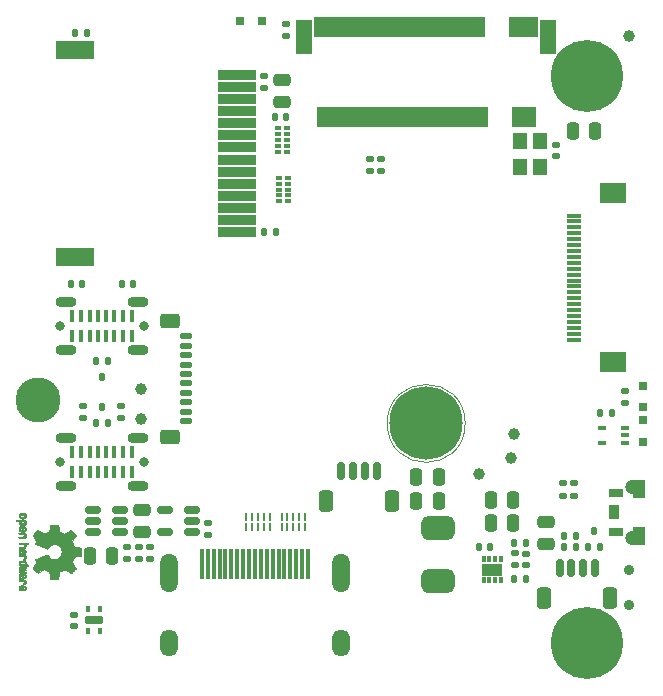
<source format=gbr>
%TF.GenerationSoftware,KiCad,Pcbnew,9.0.0*%
%TF.CreationDate,2025-03-28T16:24:44+01:00*%
%TF.ProjectId,CM5_MINIMA_2,434d355f-4d49-44e4-994d-415f322e6b69,2*%
%TF.SameCoordinates,Original*%
%TF.FileFunction,Soldermask,Top*%
%TF.FilePolarity,Negative*%
%FSLAX46Y46*%
G04 Gerber Fmt 4.6, Leading zero omitted, Abs format (unit mm)*
G04 Created by KiCad (PCBNEW 9.0.0) date 2025-03-28 16:24:44*
%MOMM*%
%LPD*%
G01*
G04 APERTURE LIST*
G04 Aperture macros list*
%AMRoundRect*
0 Rectangle with rounded corners*
0 $1 Rounding radius*
0 $2 $3 $4 $5 $6 $7 $8 $9 X,Y pos of 4 corners*
0 Add a 4 corners polygon primitive as box body*
4,1,4,$2,$3,$4,$5,$6,$7,$8,$9,$2,$3,0*
0 Add four circle primitives for the rounded corners*
1,1,$1+$1,$2,$3*
1,1,$1+$1,$4,$5*
1,1,$1+$1,$6,$7*
1,1,$1+$1,$8,$9*
0 Add four rect primitives between the rounded corners*
20,1,$1+$1,$2,$3,$4,$5,0*
20,1,$1+$1,$4,$5,$6,$7,0*
20,1,$1+$1,$6,$7,$8,$9,0*
20,1,$1+$1,$8,$9,$2,$3,0*%
G04 Aperture macros list end*
%ADD10C,0.010000*%
%ADD11C,0.100000*%
%ADD12RoundRect,0.150000X0.512500X0.150000X-0.512500X0.150000X-0.512500X-0.150000X0.512500X-0.150000X0*%
%ADD13RoundRect,0.135000X0.135000X0.185000X-0.135000X0.185000X-0.135000X-0.185000X0.135000X-0.185000X0*%
%ADD14RoundRect,0.150000X0.150000X0.625000X-0.150000X0.625000X-0.150000X-0.625000X0.150000X-0.625000X0*%
%ADD15RoundRect,0.250000X0.350000X0.650000X-0.350000X0.650000X-0.350000X-0.650000X0.350000X-0.650000X0*%
%ADD16C,1.000000*%
%ADD17RoundRect,0.250000X-0.250000X-0.475000X0.250000X-0.475000X0.250000X0.475000X-0.250000X0.475000X0*%
%ADD18R,0.300000X0.500000*%
%ADD19R,1.750000X1.050000*%
%ADD20RoundRect,0.135000X-0.185000X0.135000X-0.185000X-0.135000X0.185000X-0.135000X0.185000X0.135000X0*%
%ADD21RoundRect,0.250000X0.250000X0.475000X-0.250000X0.475000X-0.250000X-0.475000X0.250000X-0.475000X0*%
%ADD22RoundRect,0.140000X0.170000X-0.140000X0.170000X0.140000X-0.170000X0.140000X-0.170000X-0.140000X0*%
%ADD23R,0.250000X0.680000*%
%ADD24RoundRect,0.075000X0.200000X-0.075000X0.200000X0.075000X-0.200000X0.075000X-0.200000X-0.075000X0*%
%ADD25C,5.800000*%
%ADD26C,6.200000*%
%ADD27R,0.800000X0.700000*%
%ADD28RoundRect,0.135000X-0.135000X-0.185000X0.135000X-0.185000X0.135000X0.185000X-0.135000X0.185000X0*%
%ADD29RoundRect,0.500000X0.900000X-0.500000X0.900000X0.500000X-0.900000X0.500000X-0.900000X-0.500000X0*%
%ADD30R,1.200000X1.400000*%
%ADD31RoundRect,0.250000X0.475000X-0.250000X0.475000X0.250000X-0.475000X0.250000X-0.475000X-0.250000X0*%
%ADD32C,2.600000*%
%ADD33C,3.800000*%
%ADD34RoundRect,0.100000X0.225000X0.100000X-0.225000X0.100000X-0.225000X-0.100000X0.225000X-0.100000X0*%
%ADD35RoundRect,0.125000X0.425000X-0.125000X0.425000X0.125000X-0.425000X0.125000X-0.425000X-0.125000X0*%
%ADD36RoundRect,0.250000X0.600000X-0.350000X0.600000X0.350000X-0.600000X0.350000X-0.600000X-0.350000X0*%
%ADD37RoundRect,0.140000X-0.140000X-0.170000X0.140000X-0.170000X0.140000X0.170000X-0.140000X0.170000X0*%
%ADD38RoundRect,0.135000X0.185000X-0.135000X0.185000X0.135000X-0.185000X0.135000X-0.185000X-0.135000X0*%
%ADD39RoundRect,0.087500X0.087500X-0.187500X0.087500X0.187500X-0.087500X0.187500X-0.087500X-0.187500X0*%
%ADD40RoundRect,0.175000X0.625000X-0.175000X0.625000X0.175000X-0.625000X0.175000X-0.625000X-0.175000X0*%
%ADD41C,0.800000*%
%ADD42O,1.800000X0.860000*%
%ADD43R,0.400000X1.100000*%
%ADD44RoundRect,0.102000X-0.150000X-0.775000X0.150000X-0.775000X0.150000X0.775000X-0.150000X0.775000X0*%
%ADD45RoundRect,0.102000X-0.600000X-1.375000X0.600000X-1.375000X0.600000X1.375000X-0.600000X1.375000X0*%
%ADD46RoundRect,0.102000X1.500000X-0.355000X1.500000X0.355000X-1.500000X0.355000X-1.500000X-0.355000X0*%
%ADD47RoundRect,0.102000X1.500000X-0.700000X1.500000X0.700000X-1.500000X0.700000X-1.500000X-0.700000X0*%
%ADD48RoundRect,0.140000X-0.170000X0.140000X-0.170000X-0.140000X0.170000X-0.140000X0.170000X0.140000X0*%
%ADD49R,0.300000X2.600000*%
%ADD50O,1.500000X3.300000*%
%ADD51O,1.500000X2.300000*%
%ADD52RoundRect,0.140000X0.140000X0.170000X-0.140000X0.170000X-0.140000X-0.170000X0.140000X-0.170000X0*%
%ADD53RoundRect,0.125000X-0.125000X0.175000X-0.125000X-0.175000X0.125000X-0.175000X0.125000X0.175000X0*%
%ADD54RoundRect,0.125000X0.125000X-0.175000X0.125000X0.175000X-0.125000X0.175000X-0.125000X-0.175000X0*%
%ADD55R,1.200000X0.700000*%
%ADD56R,0.950000X1.300000*%
%ADD57C,1.200000*%
%ADD58R,1.000000X1.500000*%
%ADD59R,0.700000X0.800000*%
%ADD60R,1.300000X0.300000*%
%ADD61R,2.200000X1.800000*%
%ADD62C,6.100000*%
%ADD63C,0.900000*%
G04 APERTURE END LIST*
D10*
%TO.C,REF\u002A\u002A*%
X1119453Y8902468D02*
X1196468Y8899090D01*
X1253477Y8892018D01*
X1294974Y8880072D01*
X1325457Y8862070D01*
X1349420Y8836833D01*
X1366145Y8811913D01*
X1388403Y8751989D01*
X1393424Y8682249D01*
X1380748Y8616560D01*
X1373166Y8599212D01*
X1340372Y8557804D01*
X1292953Y8522395D01*
X1242349Y8500496D01*
X1217402Y8496931D01*
X1182573Y8508881D01*
X1164143Y8535093D01*
X1152984Y8563196D01*
X1150928Y8576065D01*
X1165851Y8582331D01*
X1198325Y8594704D01*
X1212998Y8600132D01*
X1263756Y8630570D01*
X1289073Y8674640D01*
X1288294Y8731150D01*
X1287297Y8735335D01*
X1272993Y8765505D01*
X1245107Y8787684D01*
X1200213Y8802833D01*
X1134885Y8811910D01*
X1045696Y8815874D01*
X998239Y8816246D01*
X923429Y8816430D01*
X872431Y8817638D01*
X840029Y8820851D01*
X821005Y8827051D01*
X810144Y8837220D01*
X802228Y8852341D01*
X801830Y8853214D01*
X789519Y8882332D01*
X784986Y8896757D01*
X798691Y8898974D01*
X836575Y8900871D01*
X893785Y8902313D01*
X965473Y8903162D01*
X1017935Y8903331D01*
X1119453Y8902468D01*
G36*
X1119453Y8902468D02*
G01*
X1196468Y8899090D01*
X1253477Y8892018D01*
X1294974Y8880072D01*
X1325457Y8862070D01*
X1349420Y8836833D01*
X1366145Y8811913D01*
X1388403Y8751989D01*
X1393424Y8682249D01*
X1380748Y8616560D01*
X1373166Y8599212D01*
X1340372Y8557804D01*
X1292953Y8522395D01*
X1242349Y8500496D01*
X1217402Y8496931D01*
X1182573Y8508881D01*
X1164143Y8535093D01*
X1152984Y8563196D01*
X1150928Y8576065D01*
X1165851Y8582331D01*
X1198325Y8594704D01*
X1212998Y8600132D01*
X1263756Y8630570D01*
X1289073Y8674640D01*
X1288294Y8731150D01*
X1287297Y8735335D01*
X1272993Y8765505D01*
X1245107Y8787684D01*
X1200213Y8802833D01*
X1134885Y8811910D01*
X1045696Y8815874D01*
X998239Y8816246D01*
X923429Y8816430D01*
X872431Y8817638D01*
X840029Y8820851D01*
X821005Y8827051D01*
X810144Y8837220D01*
X802228Y8852341D01*
X801830Y8853214D01*
X789519Y8882332D01*
X784986Y8896757D01*
X798691Y8898974D01*
X836575Y8900871D01*
X893785Y8902313D01*
X965473Y8903162D01*
X1017935Y8903331D01*
X1119453Y8902468D01*
G37*
X1028111Y12863019D02*
X1120981Y12861189D01*
X1189611Y12859048D01*
X1238789Y12855979D01*
X1273302Y12851366D01*
X1297938Y12844592D01*
X1317484Y12835041D01*
X1334730Y12823526D01*
X1389820Y12767970D01*
X1421678Y12700180D01*
X1429309Y12626447D01*
X1411720Y12553067D01*
X1384777Y12506488D01*
X1358034Y12474103D01*
X1330016Y12450418D01*
X1295752Y12434101D01*
X1250273Y12423821D01*
X1188608Y12418246D01*
X1105789Y12416044D01*
X1046254Y12415789D01*
X827109Y12415789D01*
X799456Y12477474D01*
X771803Y12539160D01*
X1011830Y12546417D01*
X1101472Y12549416D01*
X1166538Y12552562D01*
X1211474Y12556459D01*
X1240730Y12561713D01*
X1258752Y12568929D01*
X1269989Y12578710D01*
X1272421Y12581848D01*
X1291417Y12629399D01*
X1283900Y12677463D01*
X1263957Y12706074D01*
X1249825Y12717713D01*
X1231280Y12725769D01*
X1203166Y12730889D01*
X1160327Y12733719D01*
X1097605Y12734904D01*
X1032239Y12735103D01*
X950232Y12735142D01*
X892184Y12736546D01*
X853035Y12741246D01*
X827720Y12751173D01*
X811177Y12768257D01*
X798344Y12794428D01*
X785009Y12829385D01*
X770493Y12867564D01*
X1028111Y12863019D01*
G36*
X1028111Y12863019D02*
G01*
X1120981Y12861189D01*
X1189611Y12859048D01*
X1238789Y12855979D01*
X1273302Y12851366D01*
X1297938Y12844592D01*
X1317484Y12835041D01*
X1334730Y12823526D01*
X1389820Y12767970D01*
X1421678Y12700180D01*
X1429309Y12626447D01*
X1411720Y12553067D01*
X1384777Y12506488D01*
X1358034Y12474103D01*
X1330016Y12450418D01*
X1295752Y12434101D01*
X1250273Y12423821D01*
X1188608Y12418246D01*
X1105789Y12416044D01*
X1046254Y12415789D01*
X827109Y12415789D01*
X799456Y12477474D01*
X771803Y12539160D01*
X1011830Y12546417D01*
X1101472Y12549416D01*
X1166538Y12552562D01*
X1211474Y12556459D01*
X1240730Y12561713D01*
X1258752Y12568929D01*
X1269989Y12578710D01*
X1272421Y12581848D01*
X1291417Y12629399D01*
X1283900Y12677463D01*
X1263957Y12706074D01*
X1249825Y12717713D01*
X1231280Y12725769D01*
X1203166Y12730889D01*
X1160327Y12733719D01*
X1097605Y12734904D01*
X1032239Y12735103D01*
X950232Y12735142D01*
X892184Y12736546D01*
X853035Y12741246D01*
X827720Y12751173D01*
X811177Y12768257D01*
X798344Y12794428D01*
X785009Y12829385D01*
X770493Y12867564D01*
X1028111Y12863019D01*
G37*
X1005831Y10991562D02*
X1020843Y10991252D01*
X1109641Y10989059D01*
X1174481Y10986467D01*
X1220433Y10982778D01*
X1252565Y10977296D01*
X1275947Y10969325D01*
X1295648Y10958167D01*
X1304090Y10952330D01*
X1341443Y10918864D01*
X1370497Y10881433D01*
X1373033Y10876851D01*
X1393057Y10809734D01*
X1389745Y10739234D01*
X1365416Y10673302D01*
X1322383Y10619887D01*
X1292091Y10598996D01*
X1236506Y10576221D01*
X1196314Y10576694D01*
X1169283Y10600598D01*
X1164687Y10609443D01*
X1150356Y10647630D01*
X1154028Y10667132D01*
X1178093Y10673738D01*
X1191386Y10674074D01*
X1240290Y10686168D01*
X1274501Y10717689D01*
X1291024Y10761501D01*
X1286866Y10810465D01*
X1265273Y10850266D01*
X1252956Y10863710D01*
X1238013Y10873239D01*
X1215425Y10879675D01*
X1180172Y10883843D01*
X1127234Y10886563D01*
X1051593Y10888658D01*
X1027643Y10889200D01*
X945710Y10891179D01*
X888045Y10893429D01*
X849892Y10896803D01*
X826496Y10902154D01*
X813102Y10910336D01*
X804955Y10922201D01*
X801356Y10929798D01*
X789048Y10962058D01*
X784986Y10981049D01*
X798552Y10987324D01*
X839566Y10991154D01*
X908501Y10992560D01*
X1005831Y10991562D01*
G36*
X1005831Y10991562D02*
G01*
X1020843Y10991252D01*
X1109641Y10989059D01*
X1174481Y10986467D01*
X1220433Y10982778D01*
X1252565Y10977296D01*
X1275947Y10969325D01*
X1295648Y10958167D01*
X1304090Y10952330D01*
X1341443Y10918864D01*
X1370497Y10881433D01*
X1373033Y10876851D01*
X1393057Y10809734D01*
X1389745Y10739234D01*
X1365416Y10673302D01*
X1322383Y10619887D01*
X1292091Y10598996D01*
X1236506Y10576221D01*
X1196314Y10576694D01*
X1169283Y10600598D01*
X1164687Y10609443D01*
X1150356Y10647630D01*
X1154028Y10667132D01*
X1178093Y10673738D01*
X1191386Y10674074D01*
X1240290Y10686168D01*
X1274501Y10717689D01*
X1291024Y10761501D01*
X1286866Y10810465D01*
X1265273Y10850266D01*
X1252956Y10863710D01*
X1238013Y10873239D01*
X1215425Y10879675D01*
X1180172Y10883843D01*
X1127234Y10886563D01*
X1051593Y10888658D01*
X1027643Y10889200D01*
X945710Y10891179D01*
X888045Y10893429D01*
X849892Y10896803D01*
X826496Y10902154D01*
X813102Y10910336D01*
X804955Y10922201D01*
X801356Y10929798D01*
X789048Y10962058D01*
X784986Y10981049D01*
X798552Y10987324D01*
X839566Y10991154D01*
X908501Y10992560D01*
X1005831Y10991562D01*
G37*
X1377742Y9954934D02*
X1390218Y9923101D01*
X1394586Y9904477D01*
X1380782Y9899702D01*
X1342214Y9895239D01*
X1283144Y9891385D01*
X1207837Y9888438D01*
X1144214Y9887017D01*
X893843Y9883046D01*
X888944Y9848401D01*
X892369Y9816892D01*
X903459Y9801452D01*
X924192Y9797137D01*
X968355Y9793452D01*
X1030354Y9790691D01*
X1104591Y9789148D01*
X1142794Y9788925D01*
X1362717Y9788703D01*
X1378651Y9742994D01*
X1389485Y9710642D01*
X1394538Y9693045D01*
X1394586Y9692537D01*
X1380852Y9690772D01*
X1342770Y9688831D01*
X1285018Y9686878D01*
X1212273Y9685076D01*
X1144214Y9683817D01*
X893843Y9679846D01*
X893843Y9592760D01*
X1122260Y9588764D01*
X1350678Y9584768D01*
X1372632Y9542313D01*
X1387707Y9510968D01*
X1394549Y9492416D01*
X1394586Y9491881D01*
X1380837Y9489327D01*
X1342650Y9487112D01*
X1284614Y9485376D01*
X1211320Y9484261D01*
X1134445Y9483903D01*
X874304Y9483903D01*
X828373Y9529834D01*
X800071Y9561485D01*
X788607Y9589270D01*
X789332Y9627245D01*
X791179Y9642320D01*
X796552Y9689434D01*
X799631Y9728404D01*
X799915Y9737903D01*
X798055Y9769927D01*
X793386Y9815728D01*
X791179Y9833486D01*
X787765Y9877103D01*
X795180Y9906415D01*
X818073Y9935480D01*
X828373Y9945972D01*
X874304Y9991903D01*
X1360898Y9991903D01*
X1377742Y9954934D01*
G36*
X1377742Y9954934D02*
G01*
X1390218Y9923101D01*
X1394586Y9904477D01*
X1380782Y9899702D01*
X1342214Y9895239D01*
X1283144Y9891385D01*
X1207837Y9888438D01*
X1144214Y9887017D01*
X893843Y9883046D01*
X888944Y9848401D01*
X892369Y9816892D01*
X903459Y9801452D01*
X924192Y9797137D01*
X968355Y9793452D01*
X1030354Y9790691D01*
X1104591Y9789148D01*
X1142794Y9788925D01*
X1362717Y9788703D01*
X1378651Y9742994D01*
X1389485Y9710642D01*
X1394538Y9693045D01*
X1394586Y9692537D01*
X1380852Y9690772D01*
X1342770Y9688831D01*
X1285018Y9686878D01*
X1212273Y9685076D01*
X1144214Y9683817D01*
X893843Y9679846D01*
X893843Y9592760D01*
X1122260Y9588764D01*
X1350678Y9584768D01*
X1372632Y9542313D01*
X1387707Y9510968D01*
X1394549Y9492416D01*
X1394586Y9491881D01*
X1380837Y9489327D01*
X1342650Y9487112D01*
X1284614Y9485376D01*
X1211320Y9484261D01*
X1134445Y9483903D01*
X874304Y9483903D01*
X828373Y9529834D01*
X800071Y9561485D01*
X788607Y9589270D01*
X789332Y9627245D01*
X791179Y9642320D01*
X796552Y9689434D01*
X799631Y9728404D01*
X799915Y9737903D01*
X798055Y9769927D01*
X793386Y9815728D01*
X791179Y9833486D01*
X787765Y9877103D01*
X795180Y9906415D01*
X818073Y9935480D01*
X828373Y9945972D01*
X874304Y9991903D01*
X1360898Y9991903D01*
X1377742Y9954934D01*
G37*
X1590056Y11947703D02*
X1609953Y11900531D01*
X1488211Y11893274D01*
X1428887Y11889021D01*
X1393928Y11884135D01*
X1378680Y11877365D01*
X1378485Y11867458D01*
X1380305Y11864246D01*
X1393485Y11821516D01*
X1392715Y11765933D01*
X1379167Y11709423D01*
X1361639Y11674078D01*
X1333639Y11637839D01*
X1301951Y11611347D01*
X1261687Y11593161D01*
X1207957Y11581838D01*
X1135874Y11575938D01*
X1040549Y11574017D01*
X1022263Y11573983D01*
X816854Y11573960D01*
X800920Y11619669D01*
X790080Y11652133D01*
X785032Y11669945D01*
X784986Y11670469D01*
X798672Y11672223D01*
X836424Y11673716D01*
X893276Y11674834D01*
X964266Y11675463D01*
X1007427Y11675560D01*
X1092527Y11675762D01*
X1153519Y11676802D01*
X1195323Y11679329D01*
X1222858Y11683996D01*
X1241044Y11691453D01*
X1254802Y11702349D01*
X1261427Y11709153D01*
X1288125Y11755888D01*
X1290125Y11806888D01*
X1267545Y11853159D01*
X1259393Y11861716D01*
X1244064Y11874267D01*
X1225882Y11882972D01*
X1199591Y11888529D01*
X1159938Y11891634D01*
X1101668Y11892984D01*
X1021327Y11893274D01*
X816854Y11893274D01*
X800920Y11938983D01*
X790080Y11971447D01*
X785032Y11989259D01*
X784986Y11989783D01*
X798877Y11991123D01*
X838061Y11992332D01*
X898800Y11993359D01*
X977359Y11994158D01*
X1070002Y11994679D01*
X1172991Y11994874D01*
X1570158Y11994874D01*
X1590056Y11947703D01*
G36*
X1590056Y11947703D02*
G01*
X1609953Y11900531D01*
X1488211Y11893274D01*
X1428887Y11889021D01*
X1393928Y11884135D01*
X1378680Y11877365D01*
X1378485Y11867458D01*
X1380305Y11864246D01*
X1393485Y11821516D01*
X1392715Y11765933D01*
X1379167Y11709423D01*
X1361639Y11674078D01*
X1333639Y11637839D01*
X1301951Y11611347D01*
X1261687Y11593161D01*
X1207957Y11581838D01*
X1135874Y11575938D01*
X1040549Y11574017D01*
X1022263Y11573983D01*
X816854Y11573960D01*
X800920Y11619669D01*
X790080Y11652133D01*
X785032Y11669945D01*
X784986Y11670469D01*
X798672Y11672223D01*
X836424Y11673716D01*
X893276Y11674834D01*
X964266Y11675463D01*
X1007427Y11675560D01*
X1092527Y11675762D01*
X1153519Y11676802D01*
X1195323Y11679329D01*
X1222858Y11683996D01*
X1241044Y11691453D01*
X1254802Y11702349D01*
X1261427Y11709153D01*
X1288125Y11755888D01*
X1290125Y11806888D01*
X1267545Y11853159D01*
X1259393Y11861716D01*
X1244064Y11874267D01*
X1225882Y11882972D01*
X1199591Y11888529D01*
X1159938Y11891634D01*
X1101668Y11892984D01*
X1021327Y11893274D01*
X816854Y11893274D01*
X800920Y11938983D01*
X790080Y11971447D01*
X785032Y11989259D01*
X784986Y11989783D01*
X798877Y11991123D01*
X838061Y11992332D01*
X898800Y11993359D01*
X977359Y11994158D01*
X1070002Y11994679D01*
X1172991Y11994874D01*
X1570158Y11994874D01*
X1590056Y11947703D01*
G37*
X1109308Y14534838D02*
X1179087Y14534334D01*
X1231341Y14532064D01*
X1267551Y14527092D01*
X1294201Y14518447D01*
X1317778Y14505155D01*
X1322162Y14502217D01*
X1381251Y14452847D01*
X1415553Y14399051D01*
X1429169Y14333558D01*
X1429835Y14311318D01*
X1417538Y14228045D01*
X1381767Y14160015D01*
X1324199Y14109809D01*
X1287188Y14091975D01*
X1231618Y14078097D01*
X1161404Y14070993D01*
X1084773Y14070320D01*
X1009948Y14075733D01*
X945158Y14086890D01*
X898627Y14103446D01*
X890613Y14108534D01*
X830793Y14168805D01*
X794965Y14240391D01*
X784480Y14318068D01*
X786112Y14325974D01*
X919820Y14325974D01*
X920952Y14292257D01*
X942484Y14258165D01*
X965471Y14237831D01*
X999022Y14225789D01*
X1051931Y14219026D01*
X1058101Y14218562D01*
X1153987Y14217408D01*
X1225201Y14229472D01*
X1271306Y14254590D01*
X1291865Y14292600D01*
X1292986Y14306168D01*
X1287348Y14341796D01*
X1267814Y14366166D01*
X1230458Y14381067D01*
X1171350Y14388285D01*
X1109308Y14389731D01*
X1043070Y14388887D01*
X999114Y14385564D01*
X970721Y14378577D01*
X951175Y14366744D01*
X944643Y14360703D01*
X919820Y14325974D01*
X786112Y14325974D01*
X800690Y14396612D01*
X810408Y14418471D01*
X840357Y14461038D01*
X880067Y14498397D01*
X885103Y14501928D01*
X909376Y14516279D01*
X935322Y14525766D01*
X969478Y14531370D01*
X1018381Y14534074D01*
X1088565Y14534861D01*
X1104300Y14534874D01*
X1109308Y14534838D01*
G36*
X1109308Y14534838D02*
G01*
X1179087Y14534334D01*
X1231341Y14532064D01*
X1267551Y14527092D01*
X1294201Y14518447D01*
X1317778Y14505155D01*
X1322162Y14502217D01*
X1381251Y14452847D01*
X1415553Y14399051D01*
X1429169Y14333558D01*
X1429835Y14311318D01*
X1417538Y14228045D01*
X1381767Y14160015D01*
X1324199Y14109809D01*
X1287188Y14091975D01*
X1231618Y14078097D01*
X1161404Y14070993D01*
X1084773Y14070320D01*
X1009948Y14075733D01*
X945158Y14086890D01*
X898627Y14103446D01*
X890613Y14108534D01*
X830793Y14168805D01*
X794965Y14240391D01*
X784480Y14318068D01*
X786112Y14325974D01*
X919820Y14325974D01*
X920952Y14292257D01*
X942484Y14258165D01*
X965471Y14237831D01*
X999022Y14225789D01*
X1051931Y14219026D01*
X1058101Y14218562D01*
X1153987Y14217408D01*
X1225201Y14229472D01*
X1271306Y14254590D01*
X1291865Y14292600D01*
X1292986Y14306168D01*
X1287348Y14341796D01*
X1267814Y14366166D01*
X1230458Y14381067D01*
X1171350Y14388285D01*
X1109308Y14389731D01*
X1043070Y14388887D01*
X999114Y14385564D01*
X970721Y14378577D01*
X951175Y14366744D01*
X944643Y14360703D01*
X919820Y14325974D01*
X786112Y14325974D01*
X800690Y14396612D01*
X810408Y14418471D01*
X840357Y14461038D01*
X880067Y14498397D01*
X885103Y14501928D01*
X909376Y14516279D01*
X935322Y14525766D01*
X969478Y14531370D01*
X1018381Y14534074D01*
X1088565Y14534861D01*
X1104300Y14534874D01*
X1109308Y14534838D01*
G37*
X1133253Y8408788D02*
X1177251Y8407875D01*
X1244116Y8400964D01*
X1292805Y8387276D01*
X1328651Y8365064D01*
X1356987Y8332586D01*
X1366145Y8318427D01*
X1389993Y8254107D01*
X1391494Y8183687D01*
X1372534Y8115565D01*
X1335003Y8058139D01*
X1301404Y8030441D01*
X1240436Y8008498D01*
X1192192Y8006755D01*
X1127684Y8010703D01*
X1062566Y8159474D01*
X1029298Y8231811D01*
X1002536Y8279076D01*
X979356Y8303653D01*
X956833Y8307923D01*
X932045Y8294271D01*
X915614Y8279217D01*
X889265Y8235414D01*
X887419Y8187771D01*
X907954Y8144015D01*
X948748Y8111871D01*
X963153Y8106122D01*
X1008144Y8078584D01*
X1027318Y8046902D01*
X1043721Y8003446D01*
X981534Y8003446D01*
X939217Y8007288D01*
X903531Y8022337D01*
X862557Y8053880D01*
X857233Y8058568D01*
X820780Y8093654D01*
X801217Y8123813D01*
X792217Y8161545D01*
X789270Y8192825D01*
X788535Y8248775D01*
X797840Y8288605D01*
X811654Y8313452D01*
X814884Y8317604D01*
X1104300Y8317604D01*
X1109835Y8300886D01*
X1124483Y8264911D01*
X1145310Y8216829D01*
X1149786Y8206774D01*
X1180686Y8146008D01*
X1207843Y8112528D01*
X1233280Y8105170D01*
X1259019Y8122769D01*
X1270391Y8137304D01*
X1293136Y8189750D01*
X1289378Y8238838D01*
X1261616Y8279933D01*
X1212348Y8308402D01*
X1173243Y8317529D01*
X1133253Y8321153D01*
X1108374Y8320137D01*
X1104300Y8317604D01*
X814884Y8317604D01*
X842033Y8352504D01*
X874887Y8379535D01*
X916206Y8396643D01*
X971979Y8405922D01*
X1048195Y8409467D01*
X1086878Y8409750D01*
X1133253Y8408788D01*
G36*
X1133253Y8408788D02*
G01*
X1177251Y8407875D01*
X1244116Y8400964D01*
X1292805Y8387276D01*
X1328651Y8365064D01*
X1356987Y8332586D01*
X1366145Y8318427D01*
X1389993Y8254107D01*
X1391494Y8183687D01*
X1372534Y8115565D01*
X1335003Y8058139D01*
X1301404Y8030441D01*
X1240436Y8008498D01*
X1192192Y8006755D01*
X1127684Y8010703D01*
X1062566Y8159474D01*
X1029298Y8231811D01*
X1002536Y8279076D01*
X979356Y8303653D01*
X956833Y8307923D01*
X932045Y8294271D01*
X915614Y8279217D01*
X889265Y8235414D01*
X887419Y8187771D01*
X907954Y8144015D01*
X948748Y8111871D01*
X963153Y8106122D01*
X1008144Y8078584D01*
X1027318Y8046902D01*
X1043721Y8003446D01*
X981534Y8003446D01*
X939217Y8007288D01*
X903531Y8022337D01*
X862557Y8053880D01*
X857233Y8058568D01*
X820780Y8093654D01*
X801217Y8123813D01*
X792217Y8161545D01*
X789270Y8192825D01*
X788535Y8248775D01*
X797840Y8288605D01*
X811654Y8313452D01*
X814884Y8317604D01*
X1104300Y8317604D01*
X1109835Y8300886D01*
X1124483Y8264911D01*
X1145310Y8216829D01*
X1149786Y8206774D01*
X1180686Y8146008D01*
X1207843Y8112528D01*
X1233280Y8105170D01*
X1259019Y8122769D01*
X1270391Y8137304D01*
X1293136Y8189750D01*
X1289378Y8238838D01*
X1261616Y8279933D01*
X1212348Y8308402D01*
X1173243Y8317529D01*
X1133253Y8321153D01*
X1108374Y8320137D01*
X1104300Y8317604D01*
X814884Y8317604D01*
X842033Y8352504D01*
X874887Y8379535D01*
X916206Y8396643D01*
X971979Y8405922D01*
X1048195Y8409467D01*
X1086878Y8409750D01*
X1133253Y8408788D01*
G37*
X1093853Y10499702D02*
X1180932Y10496350D01*
X1249414Y10484434D01*
X1300900Y10462025D01*
X1341057Y10427036D01*
X1361639Y10399785D01*
X1383875Y10350253D01*
X1394196Y10292844D01*
X1391433Y10239478D01*
X1380288Y10209617D01*
X1377117Y10197899D01*
X1388943Y10190123D01*
X1420634Y10184695D01*
X1468907Y10180589D01*
X1522671Y10176093D01*
X1555018Y10169847D01*
X1573515Y10158484D01*
X1585730Y10138632D01*
X1591138Y10126160D01*
X1610899Y10078989D01*
X1274142Y10079043D01*
X1165663Y10079227D01*
X1082213Y10079941D01*
X1019796Y10081485D01*
X974415Y10084159D01*
X942071Y10088266D01*
X918767Y10094105D01*
X900505Y10101978D01*
X890082Y10107939D01*
X833555Y10157305D01*
X798123Y10219896D01*
X789759Y10265459D01*
X890081Y10265459D01*
X914795Y10217884D01*
X918144Y10214181D01*
X935565Y10198377D01*
X956291Y10188467D01*
X987138Y10183102D01*
X1034923Y10180932D01*
X1087752Y10180589D01*
X1154119Y10181333D01*
X1198394Y10184412D01*
X1227491Y10191099D01*
X1248327Y10202664D01*
X1259393Y10212147D01*
X1287302Y10256200D01*
X1290657Y10306936D01*
X1269341Y10355364D01*
X1261427Y10364710D01*
X1243853Y10380620D01*
X1222913Y10390550D01*
X1191718Y10395882D01*
X1143378Y10397997D01*
X1093853Y10398303D01*
X1028950Y10397684D01*
X985986Y10394846D01*
X957878Y10388320D01*
X937547Y10376637D01*
X922212Y10362677D01*
X892610Y10315795D01*
X890081Y10265459D01*
X789759Y10265459D01*
X785410Y10289147D01*
X797037Y10358492D01*
X817932Y10399785D01*
X854078Y10443135D01*
X898224Y10472679D01*
X956038Y10490505D01*
X1033187Y10498697D01*
X1089786Y10499858D01*
X1093853Y10499702D01*
G36*
X1093853Y10499702D02*
G01*
X1180932Y10496350D01*
X1249414Y10484434D01*
X1300900Y10462025D01*
X1341057Y10427036D01*
X1361639Y10399785D01*
X1383875Y10350253D01*
X1394196Y10292844D01*
X1391433Y10239478D01*
X1380288Y10209617D01*
X1377117Y10197899D01*
X1388943Y10190123D01*
X1420634Y10184695D01*
X1468907Y10180589D01*
X1522671Y10176093D01*
X1555018Y10169847D01*
X1573515Y10158484D01*
X1585730Y10138632D01*
X1591138Y10126160D01*
X1610899Y10078989D01*
X1274142Y10079043D01*
X1165663Y10079227D01*
X1082213Y10079941D01*
X1019796Y10081485D01*
X974415Y10084159D01*
X942071Y10088266D01*
X918767Y10094105D01*
X900505Y10101978D01*
X890082Y10107939D01*
X833555Y10157305D01*
X798123Y10219896D01*
X789759Y10265459D01*
X890081Y10265459D01*
X914795Y10217884D01*
X918144Y10214181D01*
X935565Y10198377D01*
X956291Y10188467D01*
X987138Y10183102D01*
X1034923Y10180932D01*
X1087752Y10180589D01*
X1154119Y10181333D01*
X1198394Y10184412D01*
X1227491Y10191099D01*
X1248327Y10202664D01*
X1259393Y10212147D01*
X1287302Y10256200D01*
X1290657Y10306936D01*
X1269341Y10355364D01*
X1261427Y10364710D01*
X1243853Y10380620D01*
X1222913Y10390550D01*
X1191718Y10395882D01*
X1143378Y10397997D01*
X1093853Y10398303D01*
X1028950Y10397684D01*
X985986Y10394846D01*
X957878Y10388320D01*
X937547Y10376637D01*
X922212Y10362677D01*
X892610Y10315795D01*
X890081Y10265459D01*
X789759Y10265459D01*
X785410Y10289147D01*
X797037Y10358492D01*
X817932Y10399785D01*
X854078Y10443135D01*
X898224Y10472679D01*
X956038Y10490505D01*
X1033187Y10498697D01*
X1089786Y10499858D01*
X1093853Y10499702D01*
G37*
X1196752Y13425927D02*
X1233473Y13421966D01*
X1303288Y13397610D01*
X1352198Y13363704D01*
X1401622Y13302507D01*
X1426141Y13235097D01*
X1427703Y13166280D01*
X1408261Y13100857D01*
X1369765Y13043633D01*
X1314165Y12999411D01*
X1243414Y12972993D01*
X1191338Y12967650D01*
X1169607Y12968257D01*
X1152969Y12973338D01*
X1138063Y12987305D01*
X1121527Y13014571D01*
X1100002Y13059548D01*
X1070126Y13126649D01*
X1069976Y13126989D01*
X1041687Y13188753D01*
X1016567Y13239401D01*
X997321Y13273756D01*
X996342Y13274938D01*
X1155407Y13274938D01*
X1162395Y13250262D01*
X1178913Y13211365D01*
X1199619Y13167885D01*
X1200167Y13166804D01*
X1219551Y13129951D01*
X1232487Y13115160D01*
X1246049Y13118807D01*
X1263868Y13134165D01*
X1289655Y13173237D01*
X1291550Y13215314D01*
X1272783Y13253057D01*
X1236585Y13279126D01*
X1196752Y13286646D01*
X1164747Y13284836D01*
X1155407Y13274938D01*
X996342Y13274938D01*
X986652Y13286642D01*
X986566Y13286646D01*
X963334Y13275288D01*
X937726Y13248729D01*
X919279Y13218237D01*
X915614Y13202790D01*
X928288Y13160645D01*
X960029Y13124352D01*
X994928Y13106643D01*
X1020655Y13089608D01*
X1049954Y13056238D01*
X1075265Y13017011D01*
X1089029Y12982404D01*
X1089786Y12975167D01*
X1077340Y12967021D01*
X1045528Y12966530D01*
X1002634Y12972517D01*
X956942Y12983803D01*
X916739Y12999210D01*
X915178Y12999989D01*
X850438Y13046356D01*
X806403Y13106449D01*
X784789Y13174695D01*
X787315Y13245522D01*
X815696Y13313356D01*
X817692Y13316372D01*
X866052Y13369733D01*
X929148Y13404820D01*
X1012113Y13424238D01*
X1035422Y13426844D01*
X1145445Y13431459D01*
X1196752Y13425927D01*
G36*
X1196752Y13425927D02*
G01*
X1233473Y13421966D01*
X1303288Y13397610D01*
X1352198Y13363704D01*
X1401622Y13302507D01*
X1426141Y13235097D01*
X1427703Y13166280D01*
X1408261Y13100857D01*
X1369765Y13043633D01*
X1314165Y12999411D01*
X1243414Y12972993D01*
X1191338Y12967650D01*
X1169607Y12968257D01*
X1152969Y12973338D01*
X1138063Y12987305D01*
X1121527Y13014571D01*
X1100002Y13059548D01*
X1070126Y13126649D01*
X1069976Y13126989D01*
X1041687Y13188753D01*
X1016567Y13239401D01*
X997321Y13273756D01*
X996342Y13274938D01*
X1155407Y13274938D01*
X1162395Y13250262D01*
X1178913Y13211365D01*
X1199619Y13167885D01*
X1200167Y13166804D01*
X1219551Y13129951D01*
X1232487Y13115160D01*
X1246049Y13118807D01*
X1263868Y13134165D01*
X1289655Y13173237D01*
X1291550Y13215314D01*
X1272783Y13253057D01*
X1236585Y13279126D01*
X1196752Y13286646D01*
X1164747Y13284836D01*
X1155407Y13274938D01*
X996342Y13274938D01*
X986652Y13286642D01*
X986566Y13286646D01*
X963334Y13275288D01*
X937726Y13248729D01*
X919279Y13218237D01*
X915614Y13202790D01*
X928288Y13160645D01*
X960029Y13124352D01*
X994928Y13106643D01*
X1020655Y13089608D01*
X1049954Y13056238D01*
X1075265Y13017011D01*
X1089029Y12982404D01*
X1089786Y12975167D01*
X1077340Y12967021D01*
X1045528Y12966530D01*
X1002634Y12972517D01*
X956942Y12983803D01*
X916739Y12999210D01*
X915178Y12999989D01*
X850438Y13046356D01*
X806403Y13106449D01*
X784789Y13174695D01*
X787315Y13245522D01*
X815696Y13313356D01*
X817692Y13316372D01*
X866052Y13369733D01*
X929148Y13404820D01*
X1012113Y13424238D01*
X1035422Y13426844D01*
X1145445Y13431459D01*
X1196752Y13425927D01*
G37*
X1259418Y11472664D02*
X1327173Y11430485D01*
X1349839Y11408536D01*
X1378931Y11358643D01*
X1392100Y11295193D01*
X1388532Y11229416D01*
X1367413Y11172544D01*
X1367007Y11171893D01*
X1341120Y11136720D01*
X1310867Y11110753D01*
X1271442Y11092490D01*
X1218038Y11080428D01*
X1145849Y11073064D01*
X1050068Y11068896D01*
X1036422Y11068531D01*
X830658Y11063284D01*
X807822Y11107444D01*
X792390Y11139397D01*
X785077Y11158690D01*
X784986Y11159582D01*
X798478Y11162921D01*
X834874Y11165573D01*
X888048Y11167204D01*
X931107Y11167560D01*
X1000859Y11167568D01*
X1044663Y11170757D01*
X1065556Y11181872D01*
X1066575Y11205659D01*
X1050759Y11246864D01*
X1021685Y11309074D01*
X997537Y11354819D01*
X976587Y11378347D01*
X953753Y11385264D01*
X952623Y11385274D01*
X913288Y11373861D01*
X892038Y11340068D01*
X888961Y11288351D01*
X889494Y11251099D01*
X878765Y11231457D01*
X852995Y11219208D01*
X820163Y11212158D01*
X801534Y11222318D01*
X798868Y11226143D01*
X788160Y11262159D01*
X786644Y11312594D01*
X793741Y11364534D01*
X806712Y11401338D01*
X849915Y11452222D01*
X910054Y11481146D01*
X957038Y11486874D01*
X999418Y11482503D01*
X1034012Y11466685D01*
X1064737Y11435363D01*
X1095510Y11384482D01*
X1130248Y11309984D01*
X1132212Y11305446D01*
X1163213Y11238339D01*
X1188638Y11196928D01*
X1211486Y11179179D01*
X1234755Y11183053D01*
X1261444Y11206517D01*
X1267586Y11213533D01*
X1291400Y11260530D01*
X1290397Y11309227D01*
X1267049Y11351638D01*
X1223825Y11379776D01*
X1215340Y11382391D01*
X1174192Y11407852D01*
X1154372Y11440159D01*
X1134730Y11486874D01*
X1185550Y11486874D01*
X1259418Y11472664D01*
G36*
X1259418Y11472664D02*
G01*
X1327173Y11430485D01*
X1349839Y11408536D01*
X1378931Y11358643D01*
X1392100Y11295193D01*
X1388532Y11229416D01*
X1367413Y11172544D01*
X1367007Y11171893D01*
X1341120Y11136720D01*
X1310867Y11110753D01*
X1271442Y11092490D01*
X1218038Y11080428D01*
X1145849Y11073064D01*
X1050068Y11068896D01*
X1036422Y11068531D01*
X830658Y11063284D01*
X807822Y11107444D01*
X792390Y11139397D01*
X785077Y11158690D01*
X784986Y11159582D01*
X798478Y11162921D01*
X834874Y11165573D01*
X888048Y11167204D01*
X931107Y11167560D01*
X1000859Y11167568D01*
X1044663Y11170757D01*
X1065556Y11181872D01*
X1066575Y11205659D01*
X1050759Y11246864D01*
X1021685Y11309074D01*
X997537Y11354819D01*
X976587Y11378347D01*
X953753Y11385264D01*
X952623Y11385274D01*
X913288Y11373861D01*
X892038Y11340068D01*
X888961Y11288351D01*
X889494Y11251099D01*
X878765Y11231457D01*
X852995Y11219208D01*
X820163Y11212158D01*
X801534Y11222318D01*
X798868Y11226143D01*
X788160Y11262159D01*
X786644Y11312594D01*
X793741Y11364534D01*
X806712Y11401338D01*
X849915Y11452222D01*
X910054Y11481146D01*
X957038Y11486874D01*
X999418Y11482503D01*
X1034012Y11466685D01*
X1064737Y11435363D01*
X1095510Y11384482D01*
X1130248Y11309984D01*
X1132212Y11305446D01*
X1163213Y11238339D01*
X1188638Y11196928D01*
X1211486Y11179179D01*
X1234755Y11183053D01*
X1261444Y11206517D01*
X1267586Y11213533D01*
X1291400Y11260530D01*
X1290397Y11309227D01*
X1267049Y11351638D01*
X1223825Y11379776D01*
X1215340Y11382391D01*
X1174192Y11407852D01*
X1154372Y11440159D01*
X1134730Y11486874D01*
X1185550Y11486874D01*
X1259418Y11472664D01*
G37*
X1033547Y9377531D02*
X1068014Y9346611D01*
X1087311Y9315740D01*
X1111741Y9267218D01*
X1136515Y9210675D01*
X1140301Y9201250D01*
X1167709Y9139141D01*
X1191866Y9103338D01*
X1215881Y9091823D01*
X1242865Y9102580D01*
X1263957Y9121046D01*
X1289928Y9164691D01*
X1291876Y9212714D01*
X1271863Y9256754D01*
X1231949Y9288451D01*
X1221652Y9292611D01*
X1183776Y9316833D01*
X1155658Y9352195D01*
X1132583Y9396817D01*
X1198015Y9396817D01*
X1237994Y9394191D01*
X1269503Y9382930D01*
X1303122Y9357961D01*
X1329016Y9333991D01*
X1365683Y9296719D01*
X1385379Y9267759D01*
X1393280Y9236655D01*
X1394586Y9201447D01*
X1383165Y9124284D01*
X1364156Y9082493D01*
X1341122Y9049691D01*
X1315367Y9025657D01*
X1282142Y9009063D01*
X1236700Y8998583D01*
X1174293Y8992889D01*
X1090173Y8990653D01*
X1034779Y8990417D01*
X818674Y8990417D01*
X801830Y9027386D01*
X789519Y9056504D01*
X784986Y9070929D01*
X798475Y9073688D01*
X834847Y9075878D01*
X887958Y9077218D01*
X930128Y9077503D01*
X991053Y9078726D01*
X1039385Y9082024D01*
X1068982Y9086839D01*
X1075271Y9090664D01*
X1068848Y9116377D01*
X1052375Y9156742D01*
X1030042Y9203481D01*
X1006043Y9248315D01*
X984570Y9282967D01*
X969815Y9299158D01*
X969655Y9299222D01*
X942348Y9297830D01*
X916281Y9285342D01*
X895108Y9263417D01*
X888026Y9231417D01*
X888851Y9204068D01*
X889458Y9165334D01*
X880384Y9145002D01*
X856408Y9132791D01*
X851887Y9131251D01*
X817694Y9125957D01*
X796932Y9140113D01*
X787038Y9177012D01*
X785208Y9216871D01*
X798773Y9288598D01*
X818145Y9325728D01*
X863655Y9371584D01*
X919517Y9395904D01*
X978543Y9398087D01*
X1033547Y9377531D01*
G36*
X1033547Y9377531D02*
G01*
X1068014Y9346611D01*
X1087311Y9315740D01*
X1111741Y9267218D01*
X1136515Y9210675D01*
X1140301Y9201250D01*
X1167709Y9139141D01*
X1191866Y9103338D01*
X1215881Y9091823D01*
X1242865Y9102580D01*
X1263957Y9121046D01*
X1289928Y9164691D01*
X1291876Y9212714D01*
X1271863Y9256754D01*
X1231949Y9288451D01*
X1221652Y9292611D01*
X1183776Y9316833D01*
X1155658Y9352195D01*
X1132583Y9396817D01*
X1198015Y9396817D01*
X1237994Y9394191D01*
X1269503Y9382930D01*
X1303122Y9357961D01*
X1329016Y9333991D01*
X1365683Y9296719D01*
X1385379Y9267759D01*
X1393280Y9236655D01*
X1394586Y9201447D01*
X1383165Y9124284D01*
X1364156Y9082493D01*
X1341122Y9049691D01*
X1315367Y9025657D01*
X1282142Y9009063D01*
X1236700Y8998583D01*
X1174293Y8992889D01*
X1090173Y8990653D01*
X1034779Y8990417D01*
X818674Y8990417D01*
X801830Y9027386D01*
X789519Y9056504D01*
X784986Y9070929D01*
X798475Y9073688D01*
X834847Y9075878D01*
X887958Y9077218D01*
X930128Y9077503D01*
X991053Y9078726D01*
X1039385Y9082024D01*
X1068982Y9086839D01*
X1075271Y9090664D01*
X1068848Y9116377D01*
X1052375Y9156742D01*
X1030042Y9203481D01*
X1006043Y9248315D01*
X984570Y9282967D01*
X969815Y9299158D01*
X969655Y9299222D01*
X942348Y9297830D01*
X916281Y9285342D01*
X895108Y9263417D01*
X888026Y9231417D01*
X888851Y9204068D01*
X889458Y9165334D01*
X880384Y9145002D01*
X856408Y9132791D01*
X851887Y9131251D01*
X817694Y9125957D01*
X796932Y9140113D01*
X787038Y9177012D01*
X785208Y9216871D01*
X798773Y9288598D01*
X818145Y9325728D01*
X863655Y9371584D01*
X919517Y9395904D01*
X978543Y9398087D01*
X1033547Y9377531D01*
G37*
X786045Y13982089D02*
X894161Y13980811D01*
X926500Y13980412D01*
X1037976Y13978975D01*
X1110897Y13977688D01*
X1124255Y13977452D01*
X1189167Y13975483D01*
X1236542Y13972710D01*
X1270210Y13968772D01*
X1294002Y13963311D01*
X1311747Y13955968D01*
X1327276Y13946383D01*
X1333119Y13942273D01*
X1388315Y13887755D01*
X1419610Y13818824D01*
X1428335Y13739088D01*
X1419582Y13669416D01*
X1391932Y13613959D01*
X1341020Y13565012D01*
X1322162Y13551531D01*
X1297485Y13536846D01*
X1270684Y13527318D01*
X1234913Y13521867D01*
X1183331Y13519413D01*
X1115233Y13518874D01*
X1021912Y13521308D01*
X951843Y13529766D01*
X899569Y13545986D01*
X859631Y13571706D01*
X826571Y13608663D01*
X824614Y13611378D01*
X804592Y13647800D01*
X794685Y13691658D01*
X793033Y13729397D01*
X919548Y13729397D01*
X943750Y13693944D01*
X944643Y13693046D01*
X963347Y13678621D01*
X988768Y13669847D01*
X1027916Y13665421D01*
X1087803Y13664042D01*
X1101070Y13664017D01*
X1183599Y13667348D01*
X1240809Y13678191D01*
X1275734Y13697820D01*
X1291406Y13727510D01*
X1292986Y13744669D01*
X1285574Y13785394D01*
X1261170Y13813328D01*
X1216520Y13830143D01*
X1148370Y13837510D01*
X1110897Y13838189D01*
X1049001Y13837405D01*
X1008503Y13833920D01*
X981792Y13826036D01*
X961256Y13812055D01*
X951240Y13802563D01*
X921933Y13763756D01*
X919548Y13729397D01*
X793033Y13729397D01*
X792243Y13747436D01*
X792243Y13838112D01*
X704217Y13838150D01*
X655192Y13838994D01*
X626435Y13844136D01*
X609189Y13857573D01*
X594692Y13883302D01*
X591731Y13889481D01*
X577852Y13918396D01*
X569086Y13940784D01*
X568329Y13957431D01*
X578477Y13969124D01*
X602427Y13976650D01*
X643074Y13980794D01*
X703314Y13982345D01*
X786045Y13982089D01*
G36*
X786045Y13982089D02*
G01*
X894161Y13980811D01*
X926500Y13980412D01*
X1037976Y13978975D01*
X1110897Y13977688D01*
X1124255Y13977452D01*
X1189167Y13975483D01*
X1236542Y13972710D01*
X1270210Y13968772D01*
X1294002Y13963311D01*
X1311747Y13955968D01*
X1327276Y13946383D01*
X1333119Y13942273D01*
X1388315Y13887755D01*
X1419610Y13818824D01*
X1428335Y13739088D01*
X1419582Y13669416D01*
X1391932Y13613959D01*
X1341020Y13565012D01*
X1322162Y13551531D01*
X1297485Y13536846D01*
X1270684Y13527318D01*
X1234913Y13521867D01*
X1183331Y13519413D01*
X1115233Y13518874D01*
X1021912Y13521308D01*
X951843Y13529766D01*
X899569Y13545986D01*
X859631Y13571706D01*
X826571Y13608663D01*
X824614Y13611378D01*
X804592Y13647800D01*
X794685Y13691658D01*
X793033Y13729397D01*
X919548Y13729397D01*
X943750Y13693944D01*
X944643Y13693046D01*
X963347Y13678621D01*
X988768Y13669847D01*
X1027916Y13665421D01*
X1087803Y13664042D01*
X1101070Y13664017D01*
X1183599Y13667348D01*
X1240809Y13678191D01*
X1275734Y13697820D01*
X1291406Y13727510D01*
X1292986Y13744669D01*
X1285574Y13785394D01*
X1261170Y13813328D01*
X1216520Y13830143D01*
X1148370Y13837510D01*
X1110897Y13838189D01*
X1049001Y13837405D01*
X1008503Y13833920D01*
X981792Y13826036D01*
X961256Y13812055D01*
X951240Y13802563D01*
X921933Y13763756D01*
X919548Y13729397D01*
X793033Y13729397D01*
X792243Y13747436D01*
X792243Y13838112D01*
X704217Y13838150D01*
X655192Y13838994D01*
X626435Y13844136D01*
X609189Y13857573D01*
X594692Y13883302D01*
X591731Y13889481D01*
X577852Y13918396D01*
X569086Y13940784D01*
X568329Y13957431D01*
X578477Y13969124D01*
X602427Y13976650D01*
X643074Y13980794D01*
X703314Y13982345D01*
X786045Y13982089D01*
G37*
X3909542Y13563217D02*
X3988483Y13562515D01*
X4045658Y13560997D01*
X4084697Y13558382D01*
X4109231Y13554385D01*
X4122891Y13548722D01*
X4129307Y13541111D01*
X4130497Y13537988D01*
X4134716Y13519153D01*
X4143134Y13477543D01*
X4154735Y13418501D01*
X4168501Y13347374D01*
X4183416Y13269506D01*
X4198464Y13190244D01*
X4212627Y13114933D01*
X4224890Y13048918D01*
X4234235Y12997544D01*
X4239646Y12966156D01*
X4240582Y12959172D01*
X4253100Y12952846D01*
X4286450Y12938841D01*
X4334319Y12919776D01*
X4353067Y12912497D01*
X4425501Y12883135D01*
X4505526Y12848560D01*
X4572968Y12817594D01*
X4624537Y12794808D01*
X4666911Y12779649D01*
X4692862Y12774589D01*
X4696340Y12775395D01*
X4712760Y12786090D01*
X4749279Y12810511D01*
X4802009Y12846036D01*
X4867061Y12890044D01*
X4940545Y12939914D01*
X4955051Y12949775D01*
X5040992Y13007639D01*
X5106435Y13050175D01*
X5154392Y13079077D01*
X5187876Y13096041D01*
X5209901Y13102764D01*
X5223479Y13100941D01*
X5223565Y13100895D01*
X5241399Y13086545D01*
X5275879Y13054808D01*
X5323428Y13009121D01*
X5380474Y12952927D01*
X5443441Y12889663D01*
X5450469Y12882529D01*
X5527676Y12802801D01*
X5584366Y12741274D01*
X5621586Y12696710D01*
X5640381Y12667874D01*
X5642807Y12655173D01*
X5632225Y12636637D01*
X5607780Y12598170D01*
X5572084Y12543745D01*
X5527749Y12477333D01*
X5477385Y12402906D01*
X5465536Y12385530D01*
X5297070Y12138834D01*
X5347634Y12027425D01*
X5377101Y11959674D01*
X5406737Y11886948D01*
X5430366Y11824428D01*
X5431338Y11821674D01*
X5449239Y11772771D01*
X5464376Y11735074D01*
X5473486Y11716706D01*
X5473512Y11716675D01*
X5489979Y11710846D01*
X5530477Y11700939D01*
X5590454Y11687936D01*
X5665356Y11672822D01*
X5750632Y11656579D01*
X5757821Y11655250D01*
X5845682Y11638956D01*
X5925436Y11623998D01*
X5992015Y11611340D01*
X6040349Y11601945D01*
X6065371Y11596777D01*
X6065753Y11596687D01*
X6076397Y11593542D01*
X6084434Y11587427D01*
X6090229Y11574678D01*
X6094149Y11551631D01*
X6096561Y11514622D01*
X6097831Y11459987D01*
X6098325Y11384064D01*
X6098410Y11283187D01*
X6098410Y11270131D01*
X6098348Y11166221D01*
X6097918Y11087677D01*
X6096754Y11030833D01*
X6094489Y10992026D01*
X6090756Y10967593D01*
X6085190Y10953869D01*
X6077423Y10947191D01*
X6067091Y10943895D01*
X6065753Y10943575D01*
X6041617Y10938569D01*
X5993995Y10929302D01*
X5927955Y10916739D01*
X5848568Y10901844D01*
X5760900Y10885580D01*
X5757821Y10885012D01*
X5671907Y10868721D01*
X5596000Y10853479D01*
X5534651Y10840270D01*
X5492414Y10830077D01*
X5473841Y10823883D01*
X5473512Y10823588D01*
X5464443Y10805343D01*
X5449329Y10767726D01*
X5431434Y10718860D01*
X5431338Y10718588D01*
X5408203Y10657038D01*
X5378731Y10584474D01*
X5349099Y10516074D01*
X5347634Y10512837D01*
X5297070Y10401429D01*
X5465536Y10154732D01*
X5516893Y10079054D01*
X5562807Y10010500D01*
X5600666Y9953043D01*
X5627859Y9910655D01*
X5641775Y9887306D01*
X5642807Y9885089D01*
X5638212Y9868121D01*
X5616041Y9836430D01*
X5575249Y9788779D01*
X5514791Y9723933D01*
X5450469Y9657734D01*
X5387084Y9593917D01*
X5329245Y9536802D01*
X5280521Y9489826D01*
X5244486Y9456428D01*
X5224712Y9440046D01*
X5223694Y9439437D01*
X5210124Y9437626D01*
X5187963Y9444448D01*
X5154218Y9461591D01*
X5105896Y9490738D01*
X5040004Y9533576D01*
X4955179Y9590683D01*
X4880519Y9641365D01*
X4813556Y9686670D01*
X4758180Y9723981D01*
X4718276Y9750679D01*
X4697734Y9764146D01*
X4696340Y9764994D01*
X4676658Y9763350D01*
X4638403Y9750886D01*
X4588807Y9730083D01*
X4572968Y9722669D01*
X4502406Y9690317D01*
X4422343Y9655803D01*
X4353067Y9627766D01*
X4301651Y9607563D01*
X4262577Y9591516D01*
X4242155Y9582243D01*
X4240582Y9581090D01*
X4237975Y9564035D01*
X4230833Y9523833D01*
X4220173Y9465829D01*
X4207011Y9395368D01*
X4192363Y9317796D01*
X4177247Y9238459D01*
X4162678Y9162700D01*
X4149674Y9095867D01*
X4139251Y9043303D01*
X4132426Y9010355D01*
X4130497Y9002274D01*
X4125734Y8993926D01*
X4114978Y8987625D01*
X4094598Y8983086D01*
X4060962Y8980027D01*
X4010441Y8978164D01*
X3939404Y8977213D01*
X3844220Y8976891D01*
X3805204Y8976874D01*
X3487897Y8976874D01*
X3472857Y9053074D01*
X3464701Y9095468D01*
X3452797Y9158731D01*
X3438580Y9235169D01*
X3423486Y9317088D01*
X3419341Y9339731D01*
X3404643Y9415325D01*
X3390191Y9481178D01*
X3377321Y9531765D01*
X3367374Y9561557D01*
X3364409Y9566519D01*
X3343413Y9578705D01*
X3302729Y9596178D01*
X3250374Y9615554D01*
X3239096Y9619397D01*
X3169173Y9644792D01*
X3090278Y9676314D01*
X3019430Y9707162D01*
X3019101Y9707314D01*
X2907963Y9758684D01*
X2659443Y9589732D01*
X2410924Y9420779D01*
X2193638Y9637702D01*
X2128970Y9703312D01*
X2071963Y9763152D01*
X2025663Y9813864D01*
X1993112Y9852085D01*
X1977353Y9874456D01*
X1976353Y9877665D01*
X1984227Y9896505D01*
X2006118Y9934951D01*
X2039429Y9988801D01*
X2081565Y10053855D01*
X2128753Y10124191D01*
X2176886Y10195576D01*
X2218768Y10259223D01*
X2251825Y10311090D01*
X2273478Y10347136D01*
X2281153Y10363264D01*
X2274659Y10382942D01*
X2257546Y10420256D01*
X2233370Y10467510D01*
X2230683Y10472519D01*
X2198769Y10536154D01*
X2183117Y10579790D01*
X2182951Y10606929D01*
X2197492Y10621074D01*
X2197696Y10621156D01*
X2214917Y10628226D01*
X2255797Y10645089D01*
X2317171Y10670436D01*
X2395877Y10702960D01*
X2488749Y10741353D01*
X2592624Y10784309D01*
X2693194Y10825909D01*
X2804180Y10871627D01*
X2906993Y10913605D01*
X2998481Y10950583D01*
X3075495Y10981304D01*
X3134881Y11004509D01*
X3173487Y11018941D01*
X3187896Y11023388D01*
X3204424Y11012235D01*
X3230766Y10983062D01*
X3259809Y10944160D01*
X3351657Y10833374D01*
X3456937Y10746780D01*
X3573430Y10685415D01*
X3698920Y10650316D01*
X3831189Y10642523D01*
X3892239Y10648188D01*
X4018901Y10679053D01*
X4130755Y10732211D01*
X4226695Y10804364D01*
X4305620Y10892214D01*
X4366426Y10992466D01*
X4408009Y11101821D01*
X4429268Y11216984D01*
X4429097Y11334656D01*
X4406395Y11451541D01*
X4360058Y11564342D01*
X4288983Y11669762D01*
X4248785Y11713763D01*
X4145567Y11798152D01*
X4032771Y11856909D01*
X3913686Y11890427D01*
X3791601Y11899096D01*
X3669803Y11883308D01*
X3551580Y11843453D01*
X3440221Y11779924D01*
X3339012Y11693110D01*
X3259809Y11596102D01*
X3229534Y11555694D01*
X3203477Y11527149D01*
X3187871Y11516874D01*
X3170853Y11522254D01*
X3130196Y11537556D01*
X3069054Y11561519D01*
X2990577Y11592887D01*
X2897916Y11630399D01*
X2794224Y11672798D01*
X2693170Y11714468D01*
X2582089Y11760441D01*
X2479155Y11803024D01*
X2387531Y11840910D01*
X2310380Y11872791D01*
X2250865Y11897360D01*
X2212152Y11913311D01*
X2197696Y11919221D01*
X2183011Y11933183D01*
X2183054Y11960191D01*
X2198597Y12003718D01*
X2230412Y12067241D01*
X2230683Y12067743D01*
X2255373Y12115571D01*
X2273358Y12154234D01*
X2281082Y12176036D01*
X2281153Y12176998D01*
X2273318Y12193410D01*
X2251531Y12229644D01*
X2218368Y12281657D01*
X2176405Y12345406D01*
X2128753Y12416071D01*
X2080505Y12488015D01*
X2038545Y12552857D01*
X2005469Y12606396D01*
X1983875Y12644434D01*
X1976353Y12662598D01*
X1986239Y12679323D01*
X2013870Y12712951D01*
X2056201Y12760121D01*
X2110191Y12817473D01*
X2172797Y12881647D01*
X2193713Y12902634D01*
X2411073Y13119632D01*
X2653476Y12954463D01*
X2727915Y12904267D01*
X2794724Y12860212D01*
X2850031Y12824769D01*
X2889967Y12800412D01*
X2910660Y12789609D01*
X2912133Y12789293D01*
X2931638Y12794988D01*
X2970874Y12810305D01*
X3023266Y12832594D01*
X3058341Y12848238D01*
X3125495Y12877490D01*
X3193338Y12905037D01*
X3250662Y12926394D01*
X3268124Y12932196D01*
X3314758Y12948679D01*
X3350791Y12964791D01*
X3364409Y12973641D01*
X3372744Y12993171D01*
X3384559Y13035797D01*
X3398515Y13095986D01*
X3413274Y13168209D01*
X3419341Y13200531D01*
X3434423Y13282609D01*
X3449027Y13361336D01*
X3461716Y13429022D01*
X3471054Y13477971D01*
X3472857Y13487188D01*
X3487897Y13563388D01*
X3805204Y13563388D01*
X3909542Y13563217D01*
G36*
X3909542Y13563217D02*
G01*
X3988483Y13562515D01*
X4045658Y13560997D01*
X4084697Y13558382D01*
X4109231Y13554385D01*
X4122891Y13548722D01*
X4129307Y13541111D01*
X4130497Y13537988D01*
X4134716Y13519153D01*
X4143134Y13477543D01*
X4154735Y13418501D01*
X4168501Y13347374D01*
X4183416Y13269506D01*
X4198464Y13190244D01*
X4212627Y13114933D01*
X4224890Y13048918D01*
X4234235Y12997544D01*
X4239646Y12966156D01*
X4240582Y12959172D01*
X4253100Y12952846D01*
X4286450Y12938841D01*
X4334319Y12919776D01*
X4353067Y12912497D01*
X4425501Y12883135D01*
X4505526Y12848560D01*
X4572968Y12817594D01*
X4624537Y12794808D01*
X4666911Y12779649D01*
X4692862Y12774589D01*
X4696340Y12775395D01*
X4712760Y12786090D01*
X4749279Y12810511D01*
X4802009Y12846036D01*
X4867061Y12890044D01*
X4940545Y12939914D01*
X4955051Y12949775D01*
X5040992Y13007639D01*
X5106435Y13050175D01*
X5154392Y13079077D01*
X5187876Y13096041D01*
X5209901Y13102764D01*
X5223479Y13100941D01*
X5223565Y13100895D01*
X5241399Y13086545D01*
X5275879Y13054808D01*
X5323428Y13009121D01*
X5380474Y12952927D01*
X5443441Y12889663D01*
X5450469Y12882529D01*
X5527676Y12802801D01*
X5584366Y12741274D01*
X5621586Y12696710D01*
X5640381Y12667874D01*
X5642807Y12655173D01*
X5632225Y12636637D01*
X5607780Y12598170D01*
X5572084Y12543745D01*
X5527749Y12477333D01*
X5477385Y12402906D01*
X5465536Y12385530D01*
X5297070Y12138834D01*
X5347634Y12027425D01*
X5377101Y11959674D01*
X5406737Y11886948D01*
X5430366Y11824428D01*
X5431338Y11821674D01*
X5449239Y11772771D01*
X5464376Y11735074D01*
X5473486Y11716706D01*
X5473512Y11716675D01*
X5489979Y11710846D01*
X5530477Y11700939D01*
X5590454Y11687936D01*
X5665356Y11672822D01*
X5750632Y11656579D01*
X5757821Y11655250D01*
X5845682Y11638956D01*
X5925436Y11623998D01*
X5992015Y11611340D01*
X6040349Y11601945D01*
X6065371Y11596777D01*
X6065753Y11596687D01*
X6076397Y11593542D01*
X6084434Y11587427D01*
X6090229Y11574678D01*
X6094149Y11551631D01*
X6096561Y11514622D01*
X6097831Y11459987D01*
X6098325Y11384064D01*
X6098410Y11283187D01*
X6098410Y11270131D01*
X6098348Y11166221D01*
X6097918Y11087677D01*
X6096754Y11030833D01*
X6094489Y10992026D01*
X6090756Y10967593D01*
X6085190Y10953869D01*
X6077423Y10947191D01*
X6067091Y10943895D01*
X6065753Y10943575D01*
X6041617Y10938569D01*
X5993995Y10929302D01*
X5927955Y10916739D01*
X5848568Y10901844D01*
X5760900Y10885580D01*
X5757821Y10885012D01*
X5671907Y10868721D01*
X5596000Y10853479D01*
X5534651Y10840270D01*
X5492414Y10830077D01*
X5473841Y10823883D01*
X5473512Y10823588D01*
X5464443Y10805343D01*
X5449329Y10767726D01*
X5431434Y10718860D01*
X5431338Y10718588D01*
X5408203Y10657038D01*
X5378731Y10584474D01*
X5349099Y10516074D01*
X5347634Y10512837D01*
X5297070Y10401429D01*
X5465536Y10154732D01*
X5516893Y10079054D01*
X5562807Y10010500D01*
X5600666Y9953043D01*
X5627859Y9910655D01*
X5641775Y9887306D01*
X5642807Y9885089D01*
X5638212Y9868121D01*
X5616041Y9836430D01*
X5575249Y9788779D01*
X5514791Y9723933D01*
X5450469Y9657734D01*
X5387084Y9593917D01*
X5329245Y9536802D01*
X5280521Y9489826D01*
X5244486Y9456428D01*
X5224712Y9440046D01*
X5223694Y9439437D01*
X5210124Y9437626D01*
X5187963Y9444448D01*
X5154218Y9461591D01*
X5105896Y9490738D01*
X5040004Y9533576D01*
X4955179Y9590683D01*
X4880519Y9641365D01*
X4813556Y9686670D01*
X4758180Y9723981D01*
X4718276Y9750679D01*
X4697734Y9764146D01*
X4696340Y9764994D01*
X4676658Y9763350D01*
X4638403Y9750886D01*
X4588807Y9730083D01*
X4572968Y9722669D01*
X4502406Y9690317D01*
X4422343Y9655803D01*
X4353067Y9627766D01*
X4301651Y9607563D01*
X4262577Y9591516D01*
X4242155Y9582243D01*
X4240582Y9581090D01*
X4237975Y9564035D01*
X4230833Y9523833D01*
X4220173Y9465829D01*
X4207011Y9395368D01*
X4192363Y9317796D01*
X4177247Y9238459D01*
X4162678Y9162700D01*
X4149674Y9095867D01*
X4139251Y9043303D01*
X4132426Y9010355D01*
X4130497Y9002274D01*
X4125734Y8993926D01*
X4114978Y8987625D01*
X4094598Y8983086D01*
X4060962Y8980027D01*
X4010441Y8978164D01*
X3939404Y8977213D01*
X3844220Y8976891D01*
X3805204Y8976874D01*
X3487897Y8976874D01*
X3472857Y9053074D01*
X3464701Y9095468D01*
X3452797Y9158731D01*
X3438580Y9235169D01*
X3423486Y9317088D01*
X3419341Y9339731D01*
X3404643Y9415325D01*
X3390191Y9481178D01*
X3377321Y9531765D01*
X3367374Y9561557D01*
X3364409Y9566519D01*
X3343413Y9578705D01*
X3302729Y9596178D01*
X3250374Y9615554D01*
X3239096Y9619397D01*
X3169173Y9644792D01*
X3090278Y9676314D01*
X3019430Y9707162D01*
X3019101Y9707314D01*
X2907963Y9758684D01*
X2659443Y9589732D01*
X2410924Y9420779D01*
X2193638Y9637702D01*
X2128970Y9703312D01*
X2071963Y9763152D01*
X2025663Y9813864D01*
X1993112Y9852085D01*
X1977353Y9874456D01*
X1976353Y9877665D01*
X1984227Y9896505D01*
X2006118Y9934951D01*
X2039429Y9988801D01*
X2081565Y10053855D01*
X2128753Y10124191D01*
X2176886Y10195576D01*
X2218768Y10259223D01*
X2251825Y10311090D01*
X2273478Y10347136D01*
X2281153Y10363264D01*
X2274659Y10382942D01*
X2257546Y10420256D01*
X2233370Y10467510D01*
X2230683Y10472519D01*
X2198769Y10536154D01*
X2183117Y10579790D01*
X2182951Y10606929D01*
X2197492Y10621074D01*
X2197696Y10621156D01*
X2214917Y10628226D01*
X2255797Y10645089D01*
X2317171Y10670436D01*
X2395877Y10702960D01*
X2488749Y10741353D01*
X2592624Y10784309D01*
X2693194Y10825909D01*
X2804180Y10871627D01*
X2906993Y10913605D01*
X2998481Y10950583D01*
X3075495Y10981304D01*
X3134881Y11004509D01*
X3173487Y11018941D01*
X3187896Y11023388D01*
X3204424Y11012235D01*
X3230766Y10983062D01*
X3259809Y10944160D01*
X3351657Y10833374D01*
X3456937Y10746780D01*
X3573430Y10685415D01*
X3698920Y10650316D01*
X3831189Y10642523D01*
X3892239Y10648188D01*
X4018901Y10679053D01*
X4130755Y10732211D01*
X4226695Y10804364D01*
X4305620Y10892214D01*
X4366426Y10992466D01*
X4408009Y11101821D01*
X4429268Y11216984D01*
X4429097Y11334656D01*
X4406395Y11451541D01*
X4360058Y11564342D01*
X4288983Y11669762D01*
X4248785Y11713763D01*
X4145567Y11798152D01*
X4032771Y11856909D01*
X3913686Y11890427D01*
X3791601Y11899096D01*
X3669803Y11883308D01*
X3551580Y11843453D01*
X3440221Y11779924D01*
X3339012Y11693110D01*
X3259809Y11596102D01*
X3229534Y11555694D01*
X3203477Y11527149D01*
X3187871Y11516874D01*
X3170853Y11522254D01*
X3130196Y11537556D01*
X3069054Y11561519D01*
X2990577Y11592887D01*
X2897916Y11630399D01*
X2794224Y11672798D01*
X2693170Y11714468D01*
X2582089Y11760441D01*
X2479155Y11803024D01*
X2387531Y11840910D01*
X2310380Y11872791D01*
X2250865Y11897360D01*
X2212152Y11913311D01*
X2197696Y11919221D01*
X2183011Y11933183D01*
X2183054Y11960191D01*
X2198597Y12003718D01*
X2230412Y12067241D01*
X2230683Y12067743D01*
X2255373Y12115571D01*
X2273358Y12154234D01*
X2281082Y12176036D01*
X2281153Y12176998D01*
X2273318Y12193410D01*
X2251531Y12229644D01*
X2218368Y12281657D01*
X2176405Y12345406D01*
X2128753Y12416071D01*
X2080505Y12488015D01*
X2038545Y12552857D01*
X2005469Y12606396D01*
X1983875Y12644434D01*
X1976353Y12662598D01*
X1986239Y12679323D01*
X2013870Y12712951D01*
X2056201Y12760121D01*
X2110191Y12817473D01*
X2172797Y12881647D01*
X2193713Y12902634D01*
X2411073Y13119632D01*
X2653476Y12954463D01*
X2727915Y12904267D01*
X2794724Y12860212D01*
X2850031Y12824769D01*
X2889967Y12800412D01*
X2910660Y12789609D01*
X2912133Y12789293D01*
X2931638Y12794988D01*
X2970874Y12810305D01*
X3023266Y12832594D01*
X3058341Y12848238D01*
X3125495Y12877490D01*
X3193338Y12905037D01*
X3250662Y12926394D01*
X3268124Y12932196D01*
X3314758Y12948679D01*
X3350791Y12964791D01*
X3364409Y12973641D01*
X3372744Y12993171D01*
X3384559Y13035797D01*
X3398515Y13095986D01*
X3413274Y13168209D01*
X3419341Y13200531D01*
X3434423Y13282609D01*
X3449027Y13361336D01*
X3461716Y13429022D01*
X3471054Y13477971D01*
X3472857Y13487188D01*
X3487897Y13563388D01*
X3805204Y13563388D01*
X3909542Y13563217D01*
G37*
D11*
%TO.C,J701*%
X38600189Y22125000D02*
G75*
G02*
X31999811Y22125000I-3300189J0D01*
G01*
X31999811Y22125000D02*
G75*
G02*
X38600189Y22125000I3300189J0D01*
G01*
%TD*%
D12*
%TO.C,U405*%
X15427500Y12910000D03*
X15427500Y13860000D03*
X15427500Y14810000D03*
X13152500Y14810000D03*
X13152500Y12910000D03*
%TD*%
D13*
%TO.C,R704*%
X43760000Y8990000D03*
X42740000Y8990000D03*
%TD*%
D14*
%TO.C,J502*%
X49590000Y9855000D03*
X48590000Y9855000D03*
X47590000Y9855000D03*
X46590000Y9855000D03*
D15*
X50890000Y7330000D03*
X45290000Y7330000D03*
%TD*%
D16*
%TO.C,TP103*%
X42490000Y19190000D03*
%TD*%
D17*
%TO.C,C705*%
X40775000Y13675000D03*
X42675000Y13675000D03*
%TD*%
D18*
%TO.C,U702*%
X41650000Y10650000D03*
X41150000Y10650000D03*
X40650000Y10650000D03*
X40150000Y10650000D03*
X40150000Y8850000D03*
X40650000Y8850000D03*
X41150000Y8850000D03*
X41650000Y8850000D03*
D19*
X40900000Y9750000D03*
%TD*%
D20*
%TO.C,R606*%
X52140000Y24910000D03*
X52140000Y23890000D03*
%TD*%
%TO.C,R103*%
X47790000Y17040000D03*
X47790000Y16020000D03*
%TD*%
D21*
%TO.C,C708*%
X36350000Y17550000D03*
X34450000Y17550000D03*
%TD*%
D22*
%TO.C,C502*%
X16800000Y12720000D03*
X16800000Y13680000D03*
%TD*%
D23*
%TO.C,D401*%
X22050000Y14190000D03*
X21550000Y14190000D03*
X21050000Y14190000D03*
X20550000Y14190000D03*
X20050000Y14190000D03*
X20050000Y13330000D03*
X20550000Y13330000D03*
X21050000Y13330000D03*
X21550000Y13330000D03*
X22050000Y13330000D03*
%TD*%
D12*
%TO.C,U701*%
X9357500Y12900000D03*
X9357500Y13850000D03*
X9357500Y14800000D03*
X7082500Y14800000D03*
X7082500Y13850000D03*
X7082500Y12900000D03*
%TD*%
D24*
%TO.C,U401*%
X23610000Y40925000D03*
X23610000Y41425000D03*
X23610000Y41925000D03*
X23610000Y42425000D03*
X23610000Y42925000D03*
X22840000Y42925000D03*
X22840000Y42425000D03*
X22840000Y41925000D03*
X22840000Y41425000D03*
X22840000Y40925000D03*
%TD*%
D25*
%TO.C,M701*%
X35310000Y22160000D03*
D26*
X35310000Y22160000D03*
%TD*%
D20*
%TO.C,R101*%
X10950000Y11660000D03*
X10950000Y10640000D03*
%TD*%
D16*
%TO.C,TP102*%
X39770000Y17880000D03*
%TD*%
D20*
%TO.C,R402*%
X21575000Y51535000D03*
X21575000Y50515000D03*
%TD*%
%TO.C,R102*%
X46850000Y17040000D03*
X46850000Y16020000D03*
%TD*%
D13*
%TO.C,R401*%
X22610000Y38300000D03*
X21590000Y38300000D03*
%TD*%
D27*
%TO.C,D702*%
X19560000Y56200000D03*
X21360000Y56200000D03*
%TD*%
D20*
%TO.C,R105*%
X31510000Y44510000D03*
X31510000Y43490000D03*
%TD*%
%TO.C,R106*%
X30560000Y44510000D03*
X30560000Y43490000D03*
%TD*%
D16*
%TO.C,TP101*%
X11130000Y25030000D03*
%TD*%
D28*
%TO.C,R403*%
X5590000Y55200000D03*
X6610000Y55200000D03*
%TD*%
D29*
%TO.C,L701*%
X36325000Y8800000D03*
X36325000Y13300000D03*
%TD*%
D30*
%TO.C,U703*%
X44950000Y43875000D03*
X44950000Y46075000D03*
X43250000Y46075000D03*
X43250000Y43875000D03*
%TD*%
D17*
%TO.C,C704*%
X40775000Y15650000D03*
X42675000Y15650000D03*
%TD*%
D20*
%TO.C,R707*%
X23460000Y55980000D03*
X23460000Y54960000D03*
%TD*%
D21*
%TO.C,C709*%
X36350000Y15575000D03*
X34450000Y15575000D03*
%TD*%
D31*
%TO.C,C701*%
X11250000Y12900000D03*
X11250000Y14800000D03*
%TD*%
D28*
%TO.C,R706*%
X42765000Y12025000D03*
X43785000Y12025000D03*
%TD*%
D32*
%TO.C,H101*%
X2450000Y24100000D03*
D33*
X2450000Y24100000D03*
%TD*%
D14*
%TO.C,J601*%
X31100000Y18100000D03*
X30100000Y18100000D03*
X29100000Y18100000D03*
X28100000Y18100000D03*
D15*
X32400000Y15575000D03*
X26800000Y15575000D03*
%TD*%
D17*
%TO.C,C703*%
X6830000Y10880000D03*
X8730000Y10880000D03*
%TD*%
D34*
%TO.C,U602*%
X52110000Y20470000D03*
X52110000Y21120000D03*
X52110000Y21770000D03*
X50210000Y21770000D03*
X50210000Y20470000D03*
%TD*%
D35*
%TO.C,J503*%
X14980000Y22310000D03*
X14980000Y23110000D03*
X14980000Y23910000D03*
X14980000Y24710000D03*
X14980000Y25510000D03*
X14980000Y26310000D03*
X14980000Y27110000D03*
X14980000Y27910000D03*
X14980000Y28710000D03*
X14980000Y29510000D03*
D36*
X13580000Y21010000D03*
X13580000Y30810000D03*
%TD*%
D22*
%TO.C,C602*%
X5450000Y4970000D03*
X5450000Y5930000D03*
%TD*%
D37*
%TO.C,C401*%
X22495000Y48075000D03*
X23455000Y48075000D03*
%TD*%
D38*
%TO.C,R702*%
X6200000Y22600001D03*
X6200000Y23619999D03*
%TD*%
%TO.C,R705*%
X42775000Y10120000D03*
X42775000Y11140000D03*
%TD*%
D39*
%TO.C,U601*%
X6700000Y4525000D03*
X7700000Y4525000D03*
X7700000Y6375000D03*
X6700000Y6375000D03*
D40*
X7200000Y5450000D03*
%TD*%
D41*
%TO.C,J101*%
X11430000Y30400000D03*
X4270000Y30400000D03*
D42*
X10900000Y28370000D03*
X10900000Y32430000D03*
X4800000Y28370000D03*
X4800000Y32430000D03*
D43*
X10400000Y29550000D03*
X9600000Y29550000D03*
X8900000Y29550000D03*
X8200000Y29550000D03*
X7500000Y29550000D03*
X6800000Y29550000D03*
X6100000Y29550000D03*
X5300000Y29550000D03*
X5300000Y31250000D03*
X6100000Y31250000D03*
X6800000Y31250000D03*
X7500000Y31250000D03*
X8200000Y31250000D03*
X8900000Y31250000D03*
X9600000Y31250000D03*
X10400000Y31250000D03*
%TD*%
D28*
%TO.C,R501*%
X46940000Y12600000D03*
X47960000Y12600000D03*
%TD*%
D44*
%TO.C,J701*%
X26050000Y55650000D03*
X26300000Y48100000D03*
X26550000Y55650000D03*
X26800000Y48100000D03*
X27050000Y55650000D03*
X27300000Y48100000D03*
X27550000Y55650000D03*
X27800000Y48100000D03*
X28050000Y55650000D03*
X28300000Y48100000D03*
X28550000Y55650000D03*
X28800000Y48100000D03*
X29050000Y55650000D03*
X29300000Y48100000D03*
X29550000Y55650000D03*
X29800000Y48100000D03*
X30050000Y55650000D03*
X30300000Y48100000D03*
X30550000Y55650000D03*
X30800000Y48100000D03*
X31050000Y55650000D03*
X31300000Y48100000D03*
X31550000Y55650000D03*
X31800000Y48100000D03*
X32050000Y55650000D03*
X32300000Y48100000D03*
X32550000Y55650000D03*
X32800000Y48100000D03*
X33050000Y55650000D03*
X33300000Y48100000D03*
X33550000Y55650000D03*
X33800000Y48100000D03*
X34050000Y55650000D03*
X34300000Y48100000D03*
X34550000Y55650000D03*
X34800000Y48100000D03*
X35050000Y55650000D03*
X35300000Y48100000D03*
X35550000Y55650000D03*
X35800000Y48100000D03*
X36050000Y55650000D03*
X36300000Y48100000D03*
X36550000Y55650000D03*
X36800000Y48100000D03*
X37050000Y55650000D03*
X37300000Y48100000D03*
X37550000Y55650000D03*
X37800000Y48100000D03*
X38050000Y55650000D03*
X38300000Y48100000D03*
X38550000Y55650000D03*
X38800000Y48100000D03*
X39050000Y55650000D03*
X39300000Y48100000D03*
X39550000Y55650000D03*
X39800000Y48100000D03*
X40050000Y55650000D03*
X40300000Y48100000D03*
X42550000Y55650000D03*
X42800000Y48100000D03*
X43050000Y55650000D03*
X43300000Y48100000D03*
X43550000Y55650000D03*
X43800000Y48100000D03*
X44050000Y55650000D03*
X44300000Y48100000D03*
X44550000Y55650000D03*
D45*
X24950000Y54875000D03*
X45650000Y54875000D03*
%TD*%
D46*
%TO.C,T401*%
X19270000Y38350000D03*
X19270000Y39370000D03*
X19270000Y40390000D03*
X19270000Y41410000D03*
X19270000Y42430000D03*
X19270000Y43450000D03*
X19270000Y44470000D03*
X19270000Y45490000D03*
X19270000Y46510000D03*
X19270000Y47530000D03*
X19270000Y48550000D03*
X19270000Y49570000D03*
X19270000Y50590000D03*
X19270000Y51610000D03*
D47*
X5570000Y36255000D03*
X5570000Y53705000D03*
%TD*%
D31*
%TO.C,C711*%
X23050000Y49300000D03*
X23050000Y51200000D03*
%TD*%
D16*
%TO.C,TP105*%
X11130000Y22530000D03*
%TD*%
D24*
%TO.C,U402*%
X23520000Y45112500D03*
X23520000Y45612500D03*
X23520000Y46112500D03*
X23520000Y46612500D03*
X23520000Y47112500D03*
X22750000Y47112500D03*
X22750000Y46612500D03*
X22750000Y46112500D03*
X22750000Y45612500D03*
X22750000Y45112500D03*
%TD*%
D22*
%TO.C,C712*%
X46300000Y44740000D03*
X46300000Y45700000D03*
%TD*%
D48*
%TO.C,C501*%
X11900000Y11630000D03*
X11900000Y10670000D03*
%TD*%
D49*
%TO.C,J501*%
X25300000Y10230000D03*
X24800000Y10230000D03*
X24300000Y10230000D03*
X23800000Y10230000D03*
X23300000Y10230000D03*
X22800000Y10230000D03*
X22300000Y10230000D03*
X21800000Y10230000D03*
X21300000Y10230000D03*
X20800000Y10230000D03*
X20300000Y10230000D03*
X19800000Y10230000D03*
X19300000Y10230000D03*
X18800000Y10230000D03*
X18300000Y10230000D03*
X17800000Y10230000D03*
X17300000Y10230000D03*
X16800000Y10230000D03*
X16300000Y10230000D03*
D50*
X28050000Y9500000D03*
X13550000Y9500000D03*
D51*
X13550000Y3540000D03*
X28050000Y3540000D03*
%TD*%
D17*
%TO.C,C710*%
X47700000Y46875000D03*
X49600000Y46875000D03*
%TD*%
D23*
%TO.C,D402*%
X25050000Y14190000D03*
X24550000Y14190000D03*
X24050000Y14190000D03*
X23550000Y14190000D03*
X23050000Y14190000D03*
X23050000Y13330000D03*
X23550000Y13330000D03*
X24050000Y13330000D03*
X24550000Y13330000D03*
X25050000Y13330000D03*
%TD*%
D20*
%TO.C,R701*%
X9950000Y11660000D03*
X9950000Y10640000D03*
%TD*%
D52*
%TO.C,C706*%
X40730000Y11700000D03*
X39770000Y11700000D03*
%TD*%
D53*
%TO.C,D101*%
X8350000Y27390000D03*
X7350000Y27390000D03*
X7850000Y26090000D03*
%TD*%
D37*
%TO.C,C102*%
X9550000Y33950000D03*
X10510000Y33950000D03*
%TD*%
D52*
%TO.C,C101*%
X6180000Y33950000D03*
X5220000Y33950000D03*
%TD*%
D41*
%TO.C,USB701*%
X11430000Y18850000D03*
X4270000Y18850000D03*
D42*
X10900000Y16820000D03*
X10900000Y20880000D03*
X4800000Y16820000D03*
X4800000Y20880000D03*
D43*
X10400000Y18000000D03*
X9600000Y18000000D03*
X8900000Y18000000D03*
X8200000Y18000000D03*
X7500000Y18000000D03*
X6800000Y18000000D03*
X6100000Y18000000D03*
X5300000Y18000000D03*
X5300000Y19700000D03*
X6100000Y19700000D03*
X6800000Y19700000D03*
X7500000Y19700000D03*
X8200000Y19700000D03*
X8900000Y19700000D03*
X9600000Y19700000D03*
X10400000Y19700000D03*
%TD*%
D54*
%TO.C,D701*%
X7350000Y22200000D03*
X8350000Y22200000D03*
X7850000Y23499999D03*
%TD*%
D31*
%TO.C,C601*%
X45480000Y11910000D03*
X45480000Y13810000D03*
%TD*%
D55*
%TO.C,SW501*%
X51350000Y16240000D03*
X51350000Y12960000D03*
D56*
X51225000Y14590000D03*
D57*
X52750000Y16740000D03*
D58*
X53350000Y16590000D03*
D57*
X52750000Y12440000D03*
D58*
X53350000Y12590000D03*
%TD*%
D38*
%TO.C,R703*%
X9480000Y22610001D03*
X9480000Y23629999D03*
%TD*%
D16*
%TO.C,TP104*%
X52490000Y54890000D03*
%TD*%
D22*
%TO.C,C707*%
X43730000Y10150000D03*
X43730000Y11110000D03*
%TD*%
D59*
%TO.C,D605*%
X53640000Y22380000D03*
X53640000Y20580000D03*
%TD*%
D54*
%TO.C,D502*%
X49025000Y11700000D03*
X50025000Y11700000D03*
X49525000Y13000000D03*
%TD*%
D60*
%TO.C,J802*%
X47850000Y39725000D03*
X47850000Y39225000D03*
X47850000Y38725000D03*
X47850000Y38225000D03*
X47850000Y37725000D03*
X47850000Y37225000D03*
X47850000Y36725000D03*
X47850000Y36225000D03*
X47850000Y35725000D03*
X47850000Y35225000D03*
X47850000Y34725000D03*
X47850000Y34225000D03*
X47850000Y33725000D03*
X47850000Y33225000D03*
X47850000Y32725000D03*
X47850000Y32225000D03*
X47850000Y31725000D03*
X47850000Y31225000D03*
X47850000Y30725000D03*
X47850000Y30225000D03*
X47850000Y29725000D03*
X47850000Y29225000D03*
D61*
X51100000Y27325000D03*
X51100000Y41625000D03*
%TD*%
D16*
%TO.C,TP106*%
X42750000Y21200000D03*
%TD*%
D28*
%TO.C,R502*%
X46940000Y11650000D03*
X47960000Y11650000D03*
%TD*%
D59*
%TO.C,D606*%
X53640000Y25320000D03*
X53640000Y23520000D03*
%TD*%
D13*
%TO.C,R605*%
X51000000Y23010000D03*
X49980000Y23010000D03*
%TD*%
D62*
%TO.C,Module301*%
X48950000Y3500000D03*
X48950000Y51500000D03*
%TD*%
D63*
%TO.C,SW101*%
X52440000Y9720000D03*
X52440000Y6720000D03*
%TD*%
D62*
%TO.C,Module302*%
X48950000Y3500000D03*
X48950000Y51500000D03*
%TD*%
M02*

</source>
